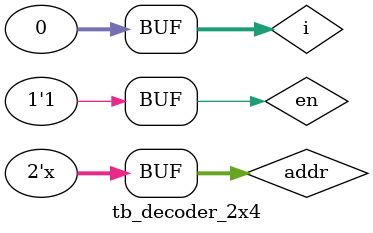
<source format=v>
`timescale 1ns / 1ps

module tb_decoder_2x4;
reg en;
reg [1:0]addr;
wire [3:0]y;
integer i = 0;
initial begin
    en=1;
    repeat(4) begin
        addr=i;
        #10;
        i=i+1;
    end
end
decoder_2x4 d1(en,addr,y);
endmodule

</source>
